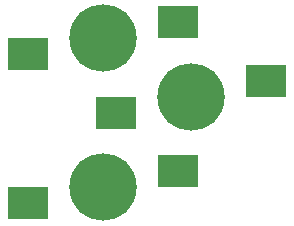
<source format=gbr>
G04 #@! TF.GenerationSoftware,KiCad,Pcbnew,(5.0.0)*
G04 #@! TF.CreationDate,2018-11-19T11:24:39+03:00*
G04 #@! TF.ProjectId,NeoP_1x3,4E656F505F3178332E6B696361645F70,rev?*
G04 #@! TF.SameCoordinates,Original*
G04 #@! TF.FileFunction,Paste,Top*
G04 #@! TF.FilePolarity,Positive*
%FSLAX46Y46*%
G04 Gerber Fmt 4.6, Leading zero omitted, Abs format (unit mm)*
G04 Created by KiCad (PCBNEW (5.0.0)) date 11/19/18 11:24:39*
%MOMM*%
%LPD*%
G01*
G04 APERTURE LIST*
%ADD10R,3.500000X2.700000*%
%ADD11C,5.700000*%
G04 APERTURE END LIST*
D10*
G04 #@! TO.C,D1*
X111883000Y-79930000D03*
X99183000Y-82630000D03*
D11*
X105533000Y-81280000D03*
G04 #@! TD*
G04 #@! TO.C,D2*
X113025000Y-86225000D03*
D10*
X106675000Y-87575000D03*
X119375000Y-84875000D03*
G04 #@! TD*
G04 #@! TO.C,D3*
X111883000Y-92503000D03*
X99183000Y-95203000D03*
D11*
X105533000Y-93853000D03*
G04 #@! TD*
M02*

</source>
